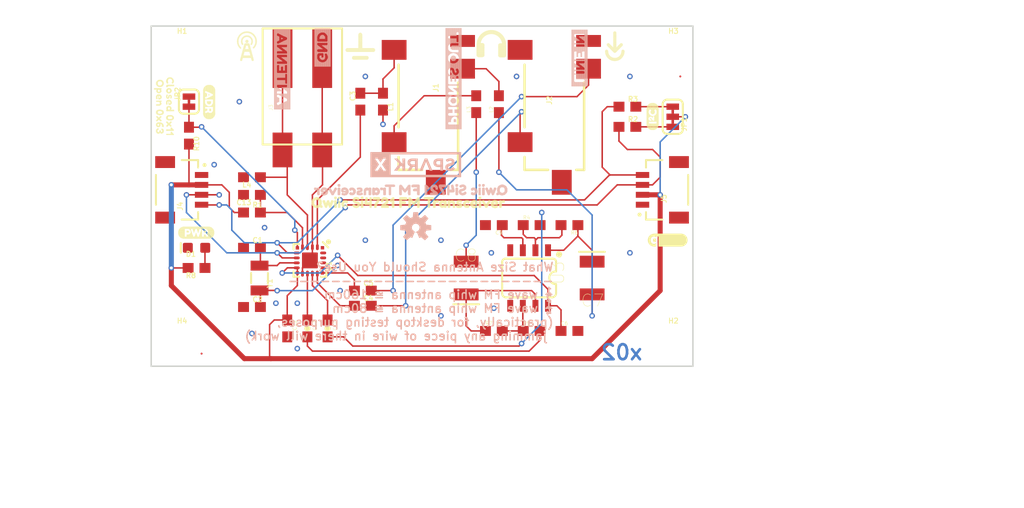
<source format=kicad_pcb>
(kicad_pcb (version 20211014) (generator pcbnew)
  (layers (0 "F.Cu" signal) (31 "B.Cu" signal) (34 "B.Paste" user) (35 "F.Paste" user) (36 "B.SilkS" user "B.Silkscreen") (37 "F.SilkS" user "F.Silkscreen") (38 "B.Mask" user) (39 "F.Mask" user) (44 "Edge.Cuts" user))
  (net 0 "")
  (net 1 "N$2")
  (net 2 "GND")
  (net 3 "LIN")
  (net 4 "RIN")
  (net 5 "LOUT")
  (net 6 "ROUT")
  (net 7 "N$8")
  (net 8 "3.3V")
  (net 9 "ADDR")
  (net 10 "N$1")
  (net 11 "FMI")
  (net 12 "TXO")
  (net 13 "GPO1")
  (net 14 "GPO2")
  (net 15 "SCLK")
  (net 16 "SDIO")
  (net 17 "N$5")
  (net 18 "N$7")
  (net 19 "N$9")
  (net 20 "N$10")
  (net 21 "N$11")
  (net 22 "N$12")
  (net 23 "N$13")
  (net 24 "N$14")
  (net 25 "N$15")
  (net 26 "N$16")
  (net 27 "N$3")
  (net 28 "N$4")
  (net 29 "N$6")
  (net 30 "N$17")
  (net 31 "N$18")
  (net 32 "N$19")
  (net 33 "N$20")
  (footprint "boardEagle:AUDIO-JACK-3.5MM-SMD" (layer "F.Cu") (at 161.8361 87.8586 -90)
    (fp_text reference "J2" (at 6.985 0.508 90) (layer "F.SilkS") (effects (font (size 0.512064 0.512064) (thickness 0.097536)) (justify right)))
    (fp_text value "AUDIO_JACK_3.5MM_SMD")
    (pad "" np_thru_hole circle (at 10.5 0 270) (size 2 2) (drill 2) (layers *.Cu *.Mask))
    (pad "" np_thru_hole circle (at 3.5 0 270) (size 2 2) (drill 2) (layers *.Cu *.Mask))
    (pad "RING" smd rect (at 4.3 -3.45 270) (size 2 2.5) (layers "F.Cu" "F.Paste" "F.Mask") (net 30 "N$17"))
    (pad "RSH" smd rect (at 1.5 -3.45 90) (size 1.2 2.5) (layers "F.Cu" "F.Paste" "F.Mask"))
    (pad "SLEEVE" smd rect (at 2.4 3.45 270) (size 2 2.5) (layers "F.Cu" "F.Paste" "F.Mask") (net 2 "GND"))
    (pad "TIP" smd rect (at 11.7 3.45 270) (size 2 2.5) (layers "F.Cu" "F.Paste" "F.Mask") (net 29 "N$6"))
    (pad "TSH" smd rect (at 15.75 -0.75) (size 2 2.5) (layers "F.Cu" "F.Paste" "F.Mask"))
  )
  (footprint "boardEagle:QWIIC_4MM" (layer "F.Cu") (at 173.2661 109.4486)
    (fp_text reference "U$3" hide)
    (fp_text value "" hide)
  )
  (footprint "boardEagle:IN#PNG" (layer "F.Cu") (at 167.9321 89.8906)
    (fp_text reference "U$11" hide)
    (fp_text value "" hide)
  )
  (footprint "boardEagle:0603" (layer "F.Cu") (at 169.2021 98.0186)
    (fp_text reference "R2" (at 0 -0.762) (layer "F.SilkS") (effects (font (size 0.512064 0.512064) (thickness 0.097536)) (justify left)))
    (fp_text value "2.2k")
    (pad "1" smd rect (at -0.85 0) (size 1.1 1) (layers "F.Cu" "F.Paste" "F.Mask") (net 16 "SDIO"))
    (pad "2" smd rect (at 0.85 0) (size 1.1 1) (layers "F.Cu" "F.Paste" "F.Mask") (net 31 "N$18"))
  )
  (footprint "boardEagle:0603" (layer "F.Cu") (at 163.3601 107.9246 180)
    (fp_text reference "R6" (at -0.889 -0.762) (layer "F.SilkS") (effects (font (size 0.367386 0.367386) (thickness 0.039014)) (justify right)))
    (fp_text value "20k")
    (pad "1" smd rect (at -0.85 0 180) (size 1.1 1) (layers "F.Cu" "F.Paste" "F.Mask") (net 18 "N$7"))
    (pad "2" smd rect (at 0.85 0 180) (size 1.1 1) (layers "F.Cu" "F.Paste" "F.Mask") (net 21 "N$11"))
  )
  (footprint "boardEagle:0603" (layer "F.Cu") (at 131.3561 103.0986 180)
    (fp_text reference "L4" (at 0 -0.762) (layer "F.SilkS") (effects (font (size 0.512064 0.512064) (thickness 0.097536)) (justify right)))
    (fp_text value "120nH")
    (pad "1" smd rect (at -0.85 0 180) (size 1.1 1) (layers "F.Cu" "F.Paste" "F.Mask") (net 12 "TXO"))
    (pad "2" smd rect (at 0.85 0 180) (size 1.1 1) (layers "F.Cu" "F.Paste" "F.Mask") (net 2 "GND"))
  )
  (footprint "boardEagle:0603" (layer "F.Cu") (at 153.9621 95.7326 90)
    (fp_text reference "L3" (at -0.889 -0.762 90) (layer "F.SilkS") (effects (font (size 0.367386 0.367386) (thickness 0.039014)) (justify left)))
    (fp_text value "FERITE 2.5K")
    (pad "1" smd rect (at -0.85 0 90) (size 1.1 1) (layers "F.Cu" "F.Paste" "F.Mask") (net 26 "N$16"))
    (pad "2" smd rect (at 0.85 0 90) (size 1.1 1) (layers "F.Cu" "F.Paste" "F.Mask") (net 28 "N$4"))
  )
  (footprint "boardEagle:0603" (layer "F.Cu") (at 155.7401 118.5926)
    (fp_text reference "R7" (at -0.889 -0.762) (layer "F.SilkS") (effects (font (size 0.367386 0.367386) (thickness 0.039014)) (justify left)))
    (fp_text value "20k")
    (pad "1" smd rect (at -0.85 0) (size 1.1 1) (layers "F.Cu" "F.Paste" "F.Mask") (net 19 "N$9"))
    (pad "2" smd rect (at 0.85 0) (size 1.1 1) (layers "F.Cu" "F.Paste" "F.Mask") (net 22 "N$12"))
  )
  (footprint "boardEagle:0603" (layer "F.Cu") (at 156.2481 95.7326 90)
    (fp_text reference "L2" (at -0.889 -0.762 90) (layer "F.SilkS") (effects (font (size 0.367386 0.367386) (thickness 0.039014)) (justify left)))
    (fp_text value "FERITE 2.5k")
    (pad "1" smd rect (at -0.85 0 90) (size 1.1 1) (layers "F.Cu" "F.Paste" "F.Mask") (net 25 "N$15"))
    (pad "2" smd rect (at 0.85 0 90) (size 1.1 1) (layers "F.Cu" "F.Paste" "F.Mask") (net 27 "N$3"))
  )
  (footprint "boardEagle:0603" (layer "F.Cu") (at 125.7681 112.2426 180)
    (fp_text reference "R8" (at 0 -0.762) (layer "F.SilkS") (effects (font (size 0.512064 0.512064) (thickness 0.097536)) (justify right)))
    (fp_text value "1k")
    (pad "1" smd rect (at -0.85 0 180) (size 1.1 1) (layers "F.Cu" "F.Paste" "F.Mask") (net 33 "N$20"))
    (pad "2" smd rect (at 0.85 0 180) (size 1.1 1) (layers "F.Cu" "F.Paste" "F.Mask") (net 8 "3.3V"))
  )
  (footprint "boardEagle:CREATIVE_COMMONS" (layer "F.Cu") (at 126.2761 136.1186)
    (fp_text reference "FRAME1" hide)
    (fp_text value "FRAME-LETTER" hide)
  )
  (footprint "boardEagle:AUDIO-JACK-3.5MM-SMD" (layer "F.Cu") (at 149.1361 87.8586 -90)
    (fp_text reference "J1" (at 5.715 -0.762 90) (layer "F.SilkS") (effects (font (size 0.512064 0.512064) (thickness 0.097536)) (justify right)))
    (fp_text value "AUDIO_JACK_3.5MM_SMD")
    (pad "" np_thru_hole circle (at 3.5 0 270) (size 2 2) (drill 2) (layers *.Cu *.Mask))
    (pad "" np_thru_hole circle (at 10.5 0 270) (size 2 2) (drill 2) (layers *.Cu *.Mask))
    (pad "RING" smd rect (at 4.3 -3.45 270) (size 2 2.5) (layers "F.Cu" "F.Paste" "F.Mask") (net 27 "N$3"))
    (pad "RSH" smd rect (at 1.5 -3.45 90) (size 1.2 2.5) (layers "F.Cu" "F.Paste" "F.Mask"))
    (pad "SLEEVE" smd rect (at 2.4 3.45 270) (size 2 2.5) (layers "F.Cu" "F.Paste" "F.Mask") (net 17 "N$5"))
    (pad "TIP" smd rect (at 11.7 3.45 270) (size 2 2.5) (layers "F.Cu" "F.Paste" "F.Mask") (net 28 "N$4"))
    (pad "TSH" smd rect (at 15.75 -0.75) (size 2 2.5) (layers "F.Cu" "F.Paste" "F.Mask"))
  )
  (footprint "boardEagle:EIA3528" (layer "F.Cu") (at 165.6461 113.2586 90)
    (fp_text reference "C7" (at -2.27 1.27) (layer "F.SilkS") (effects (font (size 1.230986 1.230986) (thickness 0.039014)) (justify right)))
    (fp_text value "47uF")
    (pad "A" smd rect (at 1.65 0 180) (size 2.5 1.2) (layers "F.Cu" "F.Paste" "F.Mask") (net 18 "N$7"))
    (pad "C" smd rect (at -1.65 0 180) (size 2.5 1.2) (layers "F.Cu" "F.Paste" "F.Mask") (net 25 "N$15"))
  )
  (footprint "boardEagle:SO08" (layer "F.Cu") (at 159.2961 113.2586 180)
    (fp_text reference "U3" (at -2.921 1.778 90) (layer "F.SilkS") (effects (font (size 1.221232 1.221232) (thickness 0.048768)) (justify right)))
    (fp_text value "TPA6111A2DR")
    (pad "1" smd rect (at -1.905 2.8 180) (size 0.6 1.2) (layers "F.Cu" "F.Paste" "F.Mask") (net 18 "N$7"))
    (pad "2" smd rect (at -0.635 2.8 180) (size 0.6 1.2) (layers "F.Cu" "F.Paste" "F.Mask") (net 21 "N$11"))
    (pad "3" smd rect (at 0.635 2.8 180) (size 0.6 1.2) (layers "F.Cu" "F.Paste" "F.Mask") (net 20 "N$10"))
    (pad "4" smd rect (at 1.905 2.8 180) (size 0.6 1.2) (layers "F.Cu" "F.Paste" "F.Mask") (net 2 "GND"))
    (pad "5" smd rect (at 1.905 -2.8 180) (size 0.6 1.2) (layers "F.Cu" "F.Paste" "F.Mask") (net 2 "GND"))
    (pad "6" smd rect (at 0.635 -2.8 180) (size 0.6 1.2) (layers "F.Cu" "F.Paste" "F.Mask") (net 22 "N$12"))
    (pad "7" smd rect (at -0.635 -2.8 180) (size 0.6 1.2) (layers "F.Cu" "F.Paste" "F.Mask") (net 19 "N$9"))
    (pad "8" smd rect (at -1.905 -2.8 180) (size 0.6 1.2) (layers "F.Cu" "F.Paste" "F.Mask") (net 8 "3.3V"))
  )
  (footprint "boardEagle:ANTENNA#PNG" (layer "F.Cu") (at 130.8481 89.8906)
    (fp_text reference "U$13" hide)
    (fp_text value "" hide)
  )
  (footprint "boardEagle:STAND-OFF" (layer "F.Cu") (at 123.7361 90.3986)
    (fp_text reference "H1" (at 0 -2.032) (layer "F.SilkS") (effects (font (size 0.512064 0.512064) (thickness 0.097536)) (justify left)))
    (fp_text value "STAND-OFF")
    (pad "" np_thru_hole circle (at 0 0) (size 3.302 3.302) (drill 3.302) (layers *.Cu *.Mask))
  )
  (footprint "boardEagle:I_SUPER2_C-()-03" (layer "F.Cu") (at 171.7421 98.3996 90)
    (fp_text reference "U$14" hide)
    (fp_text value "" hide)
  )
  (footprint "boardEagle:SMT-JUMPER_2_NC_TRACE_SILK" (layer "F.Cu") (at 125.0061 95.4786 90)
    (fp_text reference "JP2" (at 0 -1.143 90) (layer "F.SilkS") (effects (font (size 0.512064 0.512064) (thickness 0.097536)) (justify left)))
    (fp_text value "")
    (fp_poly (pts (xy -0.2032 0.127) (xy 0.2032 0.127) (xy 0.2032 -0.127) (xy -0.2032 -0.127)) (layer "F.Cu") (width 0) (fill solid))
    (pad "1" smd rect (at -0.508 0 90) (size 0.635 1.27) (layers "F.Cu" "F.Mask") (net 9 "ADDR"))
    (pad "2" smd rect (at 0.508 0 90) (size 0.635 1.27) (layers "F.Cu" "F.Mask") (net 2 "GND"))
  )
  (footprint "boardEagle:STAND-OFF" (layer "F.Cu") (at 173.2661 119.6086)
    (fp_text reference "H2" (at 0 -2.032) (layer "F.SilkS") (effects (font (size 0.512064 0.512064) (thickness 0.097536)) (justify left)))
    (fp_text value "STAND-OFF")
    (pad "" np_thru_hole circle (at 0 0) (size 3.302 3.302) (drill 3.302) (layers *.Cu *.Mask))
  )
  (footprint "boardEagle:0603" (layer "F.Cu") (at 125.0061 98.9076 -90)
    (fp_text reference "R10" (at 0 -0.762 90) (layer "F.SilkS") (effects (font (size 0.512064 0.512064) (thickness 0.097536)) (justify right)))
    (fp_text value "100k")
    (pad "1" smd rect (at -0.85 0 270) (size 1.1 1) (layers "F.Cu" "F.Paste" "F.Mask") (net 9 "ADDR"))
    (pad "2" smd rect (at 0.85 0 270) (size 1.1 1) (layers "F.Cu" "F.Paste" "F.Mask") (net 8 "3.3V"))
  )
  (footprint "boardEagle:FIDUCIAL-0.2MM" (layer "F.Cu") (at 126.2761 120.8786)
    (fp_text reference "FD2" hide)
    (fp_text value "FIDUCIAL0.2MM" hide)
    (pad "1" smd roundrect (at 0 0) (size 0.2 0.2) (layers "F.Cu") (roundrect_rratio 0.5))
  )
  (footprint "boardEagle:OPEN_0X631" (layer "F.Cu") (at 122.0851 92.5576 -90)
    (fp_text reference "U$17" hide)
    (fp_text value "" hide)
  )
  (footprint "boardEagle:STAND-OFF" (layer "F.Cu") (at 173.2661 90.3986)
    (fp_text reference "H3" (at 0 -2.032) (layer "F.SilkS") (effects (font (size 0.512064 0.512064) (thickness 0.097536)) (justify left)))
    (fp_text value "STAND-OFF")
    (pad "" np_thru_hole circle (at 0 0) (size 3.302 3.302) (drill 3.302) (layers *.Cu *.Mask))
  )
  (footprint "boardEagle:0603-CAP" (layer "F.Cu") (at 136.9441 118.3386 -90)
    (fp_text reference "C11" (at -0.889 -0.762 90) (layer "F.SilkS") (effects (font (size 0.376489 0.376489) (thickness 0.029911)) (justify right)))
    (fp_text value "1uF")
    (pad "1" smd rect (at -0.85 0 270) (size 1.1 1) (layers "F.Cu" "F.Paste" "F.Mask") (net 6 "ROUT"))
    (pad "2" smd rect (at 0.85 0 270) (size 1.1 1) (layers "F.Cu" "F.Paste" "F.Mask") (net 24 "N$14"))
  )
  (footprint "boardEagle:1X02_POKEHOME" (layer "F.Cu") (at 136.4361 95.0976 -90)
    (fp_text reference "J3" (at 0.635 3.175 90) (layer "F.SilkS") (effects (font (size 0.376489 0.376489) (thickness 0.029911)) (justify right)))
    (fp_text value "")
    (pad "P1" smd rect (at 5.25 -2 270) (size 3.5 2) (layers "F.Cu" "F.Paste" "F.Mask") (net 2 "GND"))
    (pad "P2" smd rect (at 5.25 2 270) (size 3.5 2) (layers "F.Cu" "F.Paste" "F.Mask") (net 12 "TXO"))
    (pad "P3" smd rect (at -4 -2 270) (size 6 2) (layers "F.Cu" "F.Paste" "F.Mask") (net 2 "GND"))
    (pad "P4" smd rect (at -4 2 270) (size 6 2) (layers "F.Cu" "F.Paste" "F.Mask") (net 12 "TXO"))
  )
  (footprint "boardEagle:FIDUCIAL-0.2MM" (layer "F.Cu") (at 174.5361 92.9386)
    (fp_text reference "FD1" hide)
    (fp_text value "FIDUCIAL0.2MM" hide)
    (pad "1" smd roundrect (at 0 0) (size 0.2 0.2) (layers "F.Cu") (roundrect_rratio 0.5))
  )
  (footprint "boardEagle:0603" (layer "F.Cu") (at 142.5321 116.0526)
    (fp_text reference "C4" (at 0 -0.762) (layer "F.SilkS") (effects (font (size 0.512064 0.512064) (thickness 0.097536)) (justify left)))
    (fp_text value "0.47uF")
    (pad "1" smd rect (at -0.85 0) (size 1.1 1) (layers "F.Cu" "F.Paste" "F.Mask") (net 4 "RIN"))
    (pad "2" smd rect (at 0.85 0) (size 1.1 1) (layers "F.Cu" "F.Paste" "F.Mask") (net 29 "N$6"))
  )
  (footprint "boardEagle:0603" (layer "F.Cu") (at 155.7401 107.9246 180)
    (fp_text reference "C9" (at -0.889 -0.762) (layer "F.SilkS") (effects (font (size 0.367386 0.367386) (thickness 0.039014)) (justify right)))
    (fp_text value "0.1uF")
    (pad "1" smd rect (at -0.85 0 180) (size 1.1 1) (layers "F.Cu" "F.Paste" "F.Mask") (net 20 "N$10"))
    (pad "2" smd rect (at 0.85 0 180) (size 1.1 1) (layers "F.Cu" "F.Paste" "F.Mask") (net 2 "GND"))
  )
  (footprint "boardEagle:QWIIC_SI4721_FM_TRANSCEIVER0" (layer "F.Cu") (at 136.4361 105.6386)
    (fp_text reference "U$1" hide)
    (fp_text value "" hide)
  )
  (footprint "boardEagle:0603" (layer "F.Cu") (at 169.2021 95.9866)
    (fp_text reference "R3" (at 0 -0.762) (layer "F.SilkS") (effects (font (size 0.512064 0.512064) (thickness 0.097536)) (justify left)))
    (fp_text value "2.2k")
    (pad "1" smd rect (at -0.85 0) (size 1.1 1) (layers "F.Cu" "F.Paste" "F.Mask") (net 15 "SCLK"))
    (pad "2" smd rect (at 0.85 0) (size 1.1 1) (layers "F.Cu" "F.Paste" "F.Mask") (net 32 "N$19"))
  )
  (footprint "boardEagle:0603" (layer "F.Cu") (at 144.5641 95.4786 -90)
    (fp_text reference "L1" (at 0 -0.762 90) (layer "F.SilkS") (effects (font (size 0.512064 0.512064) (thickness 0.097536)) (justify right)))
    (fp_text value "270nH")
    (pad "1" smd rect (at -0.85 0 270) (size 1.1 1) (layers "F.Cu" "F.Paste" "F.Mask") (net 17 "N$5"))
    (pad "2" smd rect (at 0.85 0 270) (size 1.1 1) (layers "F.Cu" "F.Paste" "F.Mask") (net 2 "GND"))
  )
  (footprint "boardEagle:SMT-JUMPER_3_2-NC_TRACE_SILK" (layer "F.Cu") (at 173.7741 97.0026 -90)
    (fp_text reference "JP1" (at 0 -1.143 90) (layer "F.SilkS") (effects (font (size 0.512064 0.512064) (thickness 0.097536)) (justify right)))
    (fp_text value "JUMPER-SMT_3_2-NC_TRACE_SILK")
    (fp_poly (pts (xy -0.7112 0.127) (xy -0.3048 0.127) (xy -0.3048 -0.127) (xy -0.7112 -0.127)) (layer "F.Cu") (width 0) (fill solid))
    (fp_poly (pts (xy 0.3048 0.127) (xy 0.7112 0.127) (xy 0.7112 -0.127) (xy 0.3048 -0.127)) (layer "F.Cu") (width 0) (fill solid))
    (pad "1" smd rect (at -1.016 0 270) (size 0.635 1.27) (layers "F.Cu" "F.Mask") (net 32 "N$19"))
    (pad "2" smd rect (at 0 0 270) (size 0.635 1.27) (layers "F.Cu" "F.Mask") (net 8 "3.3V"))
    (pad "3" smd rect (at 1.016 0 270) (size 0.635 1.27) (layers "F.Cu" "F.Mask") (net 31 "N$18"))
  )
  (footprint "boardEagle:STAND-OFF" (layer "F.Cu") (at 123.7361 119.6086)
    (fp_text reference "H4" (at 0 -2.032) (layer "F.SilkS") (effects (font (size 0.512064 0.512064) (thickness 0.097536)) (justify left)))
    (fp_text value "STAND-OFF")
    (pad "" np_thru_hole circle (at 0 0) (size 3.302 3.302) (drill 3.302) (layers *.Cu *.Mask))
  )
  (footprint "boardEagle:0603" (layer "F.Cu") (at 142.2781 95.4786 90)
    (fp_text reference "C3" (at 0 -0.762 90) (layer "F.SilkS") (effects (font (size 0.512064 0.512064) (thickness 0.097536)) (justify left)))
    (fp_text value "1nF")
    (pad "1" smd rect (at -0.85 0 90) (size 1.1 1) (layers "F.Cu" "F.Paste" "F.Mask") (net 11 "FMI"))
    (pad "2" smd rect (at 0.85 0 90) (size 1.1 1) (layers "F.Cu" "F.Paste" "F.Mask") (net 17 "N$5"))
  )
  (footprint "boardEagle:JST04_1MM_RA" (layer "F.Cu") (at 126.2761 104.3686 -90)
    (fp_text reference "J4" (at 1.143 2.159 90) (layer "F.SilkS") (effects (font (size 0.512064 0.512064) (thickness 0.097536)) (justify right)))
    (fp_text value "QWIIC_RIGHT_ANGLE")
    (pad "1" smd rect (at -1.5 0 270) (size 0.6 1.35) (layers "F.Cu" "F.Paste" "F.Mask") (net 2 "GND"))
    (pad "2" smd rect (at -0.5 0 270) (size 0.6 1.35) (layers "F.Cu" "F.Paste" "F.Mask") (net 8 "3.3V"))
    (pad "3" smd rect (at 0.5 0 270) (size 0.6 1.35) (layers "F.Cu" "F.Paste" "F.Mask") (net 16 "SDIO"))
    (pad "4" smd rect (at 1.5 0 270) (size 0.6 1.35) (layers "F.Cu" "F.Paste" "F.Mask") (net 15 "SCLK"))
    (pad "NC1" smd rect (at 2.8 3.675 270) (size 1.2 2) (layers "F.Cu" "F.Paste" "F.Mask"))
    (pad "NC2" smd rect (at -2.8 3.675 270) (size 1.2 2) (layers "F.Cu" "F.Paste" "F.Mask"))
  )
  (footprint "boardEagle:PWR-()-03" (layer "F.Cu") (at 123.8631 108.6866)
    (fp_text reference "U$5" hide)
    (fp_text value "" hide)
  )
  (footprint "boardEagle:0603" (layer "F.Cu") (at 159.5501 107.9246)
    (fp_text reference "R4" (at -0.889 -0.762) (layer "F.SilkS") (effects (font (size 0.367386 0.367386) (thickness 0.039014)) (justify left)))
    (fp_text value "20k")
    (pad "1" smd rect (at -0.85 0) (size 1.1 1) (layers "F.Cu" "F.Paste" "F.Mask") (net 21 "N$11"))
    (pad "2" smd rect (at 0.85 0) (size 1.1 1) (layers "F.Cu" "F.Paste" "F.Mask") (net 23 "N$13"))
  )
  (footprint "boardEagle:0603" (layer "F.Cu") (at 131.3561 106.6546)
    (fp_text reference "R1" (at 0 -0.762) (layer "F.SilkS") (effects (font (size 0.512064 0.512064) (thickness 0.097536)) (justify left)))
    (fp_text value "10k")
    (pad "1" smd rect (at -0.85 0) (size 1.1 1) (layers "F.Cu" "F.Paste" "F.Mask") (net 8 "3.3V"))
    (pad "2" smd rect (at 0.85 0) (size 1.1 1) (layers "F.Cu" "F.Paste" "F.Mask") (net 10 "N$1"))
  )
  (footprint "boardEagle:0603" (layer "F.Cu") (at 131.3561 110.2106)
    (fp_text reference "C1" (at 0 -0.762) (layer "F.SilkS") (effects (font (size 0.512064 0.512064) (thickness 0.097536)) (justify left)))
    (fp_text value "15pF")
    (pad "1" smd rect (at -0.85 0) (size 1.1 1) (layers "F.Cu" "F.Paste" "F.Mask") (net 2 "GND"))
    (pad "2" smd rect (at 0.85 0) (size 1.1 1) (layers "F.Cu" "F.Paste" "F.Mask") (net 1 "N$2"))
  )
  (footprint "boardEagle:0603-CAP" (layer "F.Cu") (at 138.9761 118.3386 -90)
    (fp_text reference "C10" (at -0.889 -0.762 90) (layer "F.SilkS") (effects (font (size 0.376489 0.376489) (thickness 0.029911)) (justify right)))
    (fp_text value "1uF")
    (pad "1" smd rect (at -0.85 0 270) (size 1.1 1) (layers "F.Cu" "F.Paste" "F.Mask") (net 5 "LOUT"))
    (pad "2" smd rect (at 0.85 0 270) (size 1.1 1) (layers "F.Cu" "F.Paste" "F.Mask") (net 23 "N$13"))
  )
  (footprint "boardEagle:ADR-()-03" (layer "F.Cu") (at 127.0381 93.7006 -90)
    (fp_text reference "U$16" hide)
    (fp_text value "" hide)
  )
  (footprint "boardEagle:JST04_1MM_RA" (layer "F.Cu") (at 170.7261 104.3686 90)
    (fp_text reference "J5" (at -1.397 2.159 90) (layer "F.SilkS") (effects (font (size 0.512064 0.512064) (thickness 0.097536)) (justify left)))
    (fp_text value "QWIIC_RIGHT_ANGLE")
    (pad "1" smd rect (at -1.5 0 90) (size 0.6 1.35) (layers "F.Cu" "F.Paste" "F.Mask") (net 2 "GND"))
    (pad "2" smd rect (at -0.5 0 90) (size 0.6 1.35) (layers "F.Cu" "F.Paste" "F.Mask") (net 8 "3.3V"))
    (pad "3" smd rect (at 0.5 0 90) (size 0.6 1.35) (layers "F.Cu" "F.Paste" "F.Mask") (net 16 "SDIO"))
    (pad "4" smd rect (at 1.5 0 90) (size 0.6 1.35) (layers "F.Cu" "F.Paste" "F.Mask") (net 15 "SCLK"))
    (pad "NC1" smd rect (at 2.8 3.675 90) (size 1.2 2) (layers "F.Cu" "F.Paste" "F.Mask"))
    (pad "NC2" smd rect (at -2.8 3.675 90) (size 1.2 2) (layers "F.Cu" "F.Paste" "F.Mask"))
  )
  (footprint "boardEagle:CLOSED_0X110" (layer "F.Cu") (at 123.1011 92.3036 -90)
    (fp_text reference "U$15" hide)
    (fp_text value "" hide)
  )
  (footprint "boardEagle:0603" (layer "F.Cu") (at 142.5321 114.5286)
    (fp_text reference "C5" (at 0 -0.762) (layer "F.SilkS") (effects (font (size 0.512064 0.512064) (thickness 0.097536)) (justify left)))
    (fp_text value "0.47uF")
    (pad "1" smd rect (at -0.85 0) (size 1.1 1) (layers "F.Cu" "F.Paste" "F.Mask") (net 3 "LIN"))
    (pad "2" smd rect (at 0.85 0) (size 1.1 1) (layers "F.Cu" "F.Paste" "F.Mask") (net 30 "N$17"))
  )
  (footprint "boardEagle:CRYSTAL-SMD-3.2X1.5MM" (layer "F.Cu") (at 132.1181 113.2586 -90)
    (fp_text reference "Y1" (at 0 -1.043 90) (layer "F.SilkS") (effects (font (size 0.512064 0.512064) (thickness 0.097536)) (justify right)))
    (fp_text value "32.768kHz")
    (pad "P$1" smd rect (at -1.25 0 270) (size 1 1.8) (layers "F.Cu" "F.Paste" "F.Mask") (net 1 "N$2"))
    (pad "P$2" smd rect (at 1.25 0 270) (size 1 1.8) (layers "F.Cu" "F.Paste" "F.Mask") (net 7 "N$8"))
  )
  (footprint "boardEagle:0603" (layer "F.Cu") (at 159.5501 118.5926)
    (fp_text reference "R5" (at -0.889 -0.762) (layer "F.SilkS") (effects (font (size 0.367386 0.367386) (thickness 0.039014)) (justify left)))
    (fp_text value "20k")
    (pad "1" smd rect (at -0.85 0) (size 1.1 1) (layers "F.Cu" "F.Paste" "F.Mask") (net 22 "N$12"))
    (pad "2" smd rect (at 0.85 0) (size 1.1 1) (layers "F.Cu" "F.Paste" "F.Mask") (net 24 "N$14"))
  )
  (footprint "boardEagle:LED-0603" (layer "F.Cu") (at 125.7681 110.2106 180)
    (fp_text reference "D1" (at 0 -0.635) (layer "F.SilkS") (effects (font (size 0.512064 0.512064) (thickness 0.097536)) (justify right)))
    (fp_text value "RED")
    (pad "A" smd roundrect (at -0.877 0 90) (size 1 1) (layers "F.Cu" "F.Paste" "F.Mask") (roundrect_rratio 0.15) (net 33 "N$20"))
    (pad "C" smd roundrect (at 0.877 0 90) (size 1 1) (layers "F.Cu" "F.Paste" "F.Mask") (roundrect_rratio 0.15) (net 2 "GND"))
  )
  (footprint "boardEagle:QFN-20-3X3MM" (layer "F.Cu") (at 137.1981 111.4806 -90)
    (fp_text reference "U1" (at 0 -1.905 90) (layer "F.SilkS") (effects (font (size 0.512064 0.512064) (thickness 0.097536)) (justify right)))
    (fp_text value "SI4721")
    (pad "1" smd rect (at -1.275 -1.265 270) (size 0.34 0.34) (layers "F.Cu" "F.Paste" "F.Mask"))
    (pad "2" smd roundrect (at -1.335 -0.75 180) (size 0.28 0.61) (layers "F.Cu" "F.Paste" "F.Mask") (roundrect_rratio 0.475) (net 11 "FMI"))
    (pad "3" smd roundrect (at -1.335 -0.25 180) (size 0.28 0.61) (layers "F.Cu" "F.Paste" "F.Mask") (roundrect_rratio 0.475) (net 2 "GND"))
    (pad "4" smd roundrect (at -1.335 0.25 180) (size 0.28 0.61) (layers "F.Cu" "F.Paste" "F.Mask") (roundrect_rratio 0.475) (net 12 "TXO"))
    (pad "5" smd roundrect (at -1.335 0.75 180) (size 0.28 0.61) (layers "F.Cu" "F.Paste" "F.Mask") (roundrect_rratio 0.475) (net 10 "N$1"))
    (pad "6" smd rect (at -1.265 1.265 270) (size 0.34 0.34) (layers "F.Cu" "F.Paste" "F.Mask") (net 9 "ADDR"))
    (pad "7" smd roundrect (at -0.75 1.335 90) (size 0.28 0.61) (layers "F.Cu" "F.Paste" "F.Mask") (roundrect_rratio 0.475) (net 15 "SCLK"))
    (pad "8" smd roundrect (at -0.25 1.335 90) (size 0.28 0.61) (layers "F.Cu" "F.Paste" "F.Mask") (roundrect_rratio 0.475) (net 16 "SDIO"))
    (pad "9" smd roundrect (at 0.25 1.335 90) (size 0.28 0.61) (layers "F.Cu" "F.Paste" "F.Mask") (roundrect_rratio 0.475) (net 1 "N$2"))
    (pad "10" smd roundrect (at 0.75 1.335 90) (size 0.28 0.61) (layers "F.Cu" "F.Paste" "F.Mask") (roundrect_rratio 0.475) (net 8 "3.3V"))
    (pad "11" smd rect (at 1.265 1.265 270) (size 0.34 0.34) (layers "F.Cu" "F.Paste" "F.Mask") (net 8 "3.3V"))
    (pad "12" smd roundrect (at 1.335 0.75) (size 0.28 0.61) (layers "F.Cu" "F.Paste" "F.Mask") (roundrect_rratio 0.475) (net 2 "GND"))
    (pad "13" smd roundrect (at 1.335 0.25) (size 0.28 0.61) (layers "F.Cu" "F.Paste" "F.Mask") (roundrect_rratio 0.475) (net 6 "ROUT"))
    (pad "14" smd roundrect (at 1.335 -0.25) (size 0.28 0.61) (layers "F.Cu" "F.Paste" "F.Mask") (roundrect_rratio 0.475) (net 5 "LOUT"))
    (pad "15" smd roundrect (at 1.335 -0.75) (size 0.28 0.61) (layers "F.Cu" "F.Paste" "F.Mask") (roundrect_rratio 0.475) (net 4 "RIN"))
    (pad "16" smd rect (at 1.265 -1.265 270) (size 0.34 0.34) (layers "F.Cu" "F.Paste" "F.Mask") (net 3 "LIN"))
    (pad "17" smd roundrect (at 0.75 -1.335 270) (size 0.28 0.61) (layers "F.Cu" "F.Paste" "F.Mask") (roundrect_rratio 0.475) (net 7 "N$8"))
    (pad "18" smd roundrect (at 0.25 -1.335 270) (size 0.28 0.61) (layers "F.Cu" "F.Paste" "F.Mask") (roundrect_rratio 0.475) (net 14 "GPO2"))
    (pad "19" smd roundrect (at -0.25 -1.335 270) (size 0.28 0.61) (layers "F.Cu" "F.Paste" "F.Mask") (roundrect_rratio 0.475) (net 13 "GPO1"))
    (pad "20" smd roundrect (at -0.75 -1.335 270) (size 0.28 0.61) (layers "F.Cu" "F.Paste" "F.Mask") (roundrect_rratio 0.475))
    (pad "21" smd roundrect (at 0 0 270) (size 1.6 1.6) (layers "F.Cu") (roundrect_rratio 0.05) (net 2 "GND"))
  )
  (footprint "boardEagle:0603" (layer "F.Cu") (at 131.3561 104.8766 180)
    (fp_text reference "C13" (at 0 -0.762) (layer "F.SilkS") (effects (font (size 0.512064 0.512064) (thickness 0.097536)) (justify right)))
    (fp_text value "2.2uF")
    (pad "1" smd rect (at -0.85 0 180) (size 1.1 1) (layers "F.Cu" "F.Paste" "F.Mask") (net 10 "N$1"))
    (pad "2" smd rect (at 0.85 0 180) (size 1.1 1) (layers "F.Cu" "F.Paste" "F.Mask") (net 2 "GND"))
  )
  (footprint "boardEagle:GND#PNG" (layer "F.Cu") (at 142.2781 89.8906)
    (fp_text reference "U$12" hide)
    (fp_text value "" hide)
  )
  (footprint "boardEagle:EIA3528" (layer "F.Cu") (at 152.9461 113.2586 -90)
    (fp_text reference "C8" (at -2.27 1.27) (layer "F.SilkS") (effects (font (size 1.230986 1.230986) (thickness 0.039014)) (justify left)))
    (fp_text value "47uF")
    (pad "A" smd rect (at 1.65 0) (size 2.5 1.2) (layers "F.Cu" "F.Paste" "F.Mask") (net 19 "N$9"))
    (pad "C" smd rect (at -1.65 0) (size 2.5 1.2) (layers "F.Cu" "F.Paste" "F.Mask") (net 26 "N$16"))
  )
  (footprint "boardEagle:0603" (layer "F.Cu") (at 163.3601 118.5926)
    (fp_text reference "C6" (at -0.889 -0.762) (layer "F.SilkS") (effects (font (size 0.367386 0.367386) (thickness 0.039014)) (justify left)))
    (fp_text value "0.1uF")
    (pad "1" smd rect (at -0.85 0) (size 1.1 1) (layers "F.Cu" "F.Paste" "F.Mask") (net 8 "3.3V"))
    (pad "2" smd rect (at 0.85 0) (size 1.1 1) (layers "F.Cu" "F.Paste" "F.Mask") (net 2 "GND"))
  )
  (footprint "boardEagle:PHONES#PNG" (layer "F.Cu") (at 155.4861 89.6366)
    (fp_text reference "U$10" hide)
    (fp_text value "" hide)
  )
  (footprint "boardEagle:0603" (layer "F.Cu") (at 134.9121 118.3386 -90)
    (fp_text reference "C12" (at -0.889 -0.762 90) (layer "F.SilkS") (effects (font (size 0.367386 0.367386) (thickness 0.039014)) (justify right)))
    (fp_text value "22nF")
    (pad "1" smd rect (at -0.85 0 270) (size 1.1 1) (layers "F.Cu" "F.Paste" "F.Mask") (net 8 "3.3V"))
    (pad "2" smd rect (at 0.85 0 270) (size 1.1 1) (layers "F.Cu" "F.Paste" "F.Mask") (net 2 "GND"))
  )
  (footprint "boardEagle:0603" (layer "F.Cu") (at 131.3561 116.1796)
    (fp_text reference "C2" (at 0 -0.762) (layer "F.SilkS") (effects (font (size 0.512064 0.512064) (thickness 0.097536)) (justify left)))
    (fp_text value "15pF")
    (pad "1" smd rect (at -0.85 0) (size 1.1 1) (layers "F.Cu" "F.Paste" "F.Mask") (net 2 "GND"))
    (pad "2" smd rect (at 0.85 0) (size 1.1 1) (layers "F.Cu" "F.Paste" "F.Mask") (net 7 "N$8"))
  )
  (footprint "boardEagle:QWIIC_SI4721_FM_TRANSCEIVER0" (layer "B.Cu") (at 158.0261 104.3686 180)
    (fp_text reference "U$2" hide)
    (fp_text value "" hide)
  )
  (footprint "boardEagle:PHONES_OUT3" (layer "B.Cu") (at 151.6761 98.7806 90)
    (fp_text reference "U$9" hide)
    (fp_text value "" hide)
  )
  (footprint "boardEagle:SPARKX-MEDIUM" (layer "B.Cu") (at 147.8661 101.8286 180)
    (fp_text reference "U$18" hide)
    (fp_text value "SPARKX-LOGO4" hide)
  )
  (footprint "boardEagle:GND0" (layer "B.Cu") (at 138.4681 92.4306 90)
    (fp_text reference "U$7" hide)
    (fp_text value "" hide)
  )
  (footprint "boardEagle:LINE_IN2" (layer "B.Cu") (at 164.3761 94.4626 90)
    (fp_text reference "U$8" hide)
    (fp_text value "" hide)
  )
  (footprint "boardEagle:ANTENNA1" (layer "B.Cu") (at 134.4041 96.7486 90)
    (fp_text reference "U$4" hide)
    (fp_text value "" hide)
  )
  (footprint "boardEagle:OSHW-LOGO-S" (layer "B.Cu") (at 147.8661 108.1786 180)
    (fp_text reference "U$6" hide)
    (fp_text value "" hide)
  )
  (gr_line (start 121.1961 122.1486) (end 121.1961 87.8586) (layer "Edge.Cuts") (width 0.1524))
  (gr_line (start 121.1961 87.8586) (end 175.8061 87.8586) (layer "Edge.Cuts") (width 0.1524))
  (gr_line (start 175.8061 122.1486) (end 175.8061 87.8586) (layer "Edge.Cuts") (width 0.1524))
  (gr_line (start 121.1961 122.1486) (end 175.8061 122.1486) (layer "Edge.Cuts") (width 0.1524))
  (gr_text "x02" (at 170.8531 121.6406) (layer "B.Cu") (effects (font (size 1.5113 1.5113) (thickness 0.2667)) (justify left bottom mirror)))
  (gr_text "What Size Antenna Should You Use?\n-------------------------\n½ wave FM whip antenna ≌ 160cm\n¼ wave FM whip antenna ≌ 80cm\n(practically, for desktop testing purposes,\n jamming any piece of wire in there will work)\n" (at 161.8361 119.6086) (layer "B.SilkS") (effects (font (size 0.8636 0.8636) (thickness 0.1524)) (justify left bottom mirror)))
  (segment (start 134.1541 111.7306) (end 133.8861 111.9986) (width 0.1524) (layer "F.Cu") (net 1))
  (segment (start 133.8861 111.9986) (end 132.1281 111.9986) (width 0.1524) (layer "F.Cu") (net 1))
  (segment (start 132.2061 111.9206) (end 132.1281 111.9986) (width 0.1524) (layer "F.Cu") (net 1))
  (segment (start 132.2061 110.2106) (end 132.2061 111.9206) (width 0.1524) (layer "F.Cu") (net 1))
  (segment (start 135.8631 111.7306) (end 134.1541 111.7306) (width 0.1524) (layer "F.Cu") (net 1))
  (segment (start 132.1281 111.9986) (end 132.1181 112.0086) (width 0.1524) (layer "F.Cu") (net 1))
  (segment (start 144.5641 96.3286) (end 144.5641 97.7646) (width 0.1524) (layer "F.Cu") (net 2))
  (segment (start 136.4481 112.2306) (end 137.1981 111.4806) (width 0.1524) (layer "F.Cu") (net 2))
  (segment (start 136.4481 112.8156) (end 136.4481 112.2306) (width 0.1524) (layer "F.Cu") (net 2))
  (segment (start 137.4481 104.8806) (end 138.4681 103.8606) (width 0.1524) (layer "F.Cu") (net 2))
  (segment (start 138.4361 100.3476) (end 138.4361 99.2886) (width 0.1524) (layer "F.Cu") (net 2))
  (segment (start 138.4681 99.3206) (end 138.4361 99.2886) (width 0.1524) (layer "F.Cu") (net 2))
  (segment (start 137.4481 110.1456) (end 137.4481 111.2306) (width 0.1524) (layer "F.Cu") (net 2))
  (segment (start 137.4481 110.1456) (end 137.4481 104.8806) (width 0.1524) (layer "F.Cu") (net 2))
  (segment (start 138.4681 103.8606) (end 138.4681 99.3206) (width 0.1524) (layer "F.Cu") (net 2))
  (segment (start 137.4481 111.2306) (end 137.1981 111.4806) (width 0.1524) (layer "F.Cu") (net 2))
  (segment (start 138.4361 99.2886) (end 138.4361 91.0976) (width 0.1524) (layer "F.Cu") (net 2))
  (via (at 135.9281 115.7986) (size 0.5588) (drill 0.3048) (layers "F.Cu" "B.Cu") (net 2))
  (via (at 169.4561 110.7186) (size 0.5588) (drill 0.3048) (layers "F.Cu" "B.Cu") (net 2))
  (via (at 135.9281 120.3706) (size 0.5588) (drill 0.3048) (layers "F.Cu" "B.Cu") (net 2))
  (via (at 155.4861 110.7186) (size 0.5588) (drill 0.3048) (layers "F.Cu" "B.Cu") (net 2))
  (via (at 133.7691 115.7986) (size 0.5588) (drill 0.3048) (layers "F.Cu" "B.Cu") (net 2))
  (via (at 158.0261 92.9386) (size 0.5588) (drill 0.3048) (layers "F.Cu" "B.Cu") (net 2))
  (via (at 150.4061 117.0686) (size 0.5588) (drill 0.3048) (layers "F.Cu" "B.Cu") (net 2))
  (via (at 132.6261 108.1786) (size 0.5588) (drill 0.3048) (layers "F.Cu" "B.Cu") (net 2))
  (via (at 142.7861 109.4486) (size 0.5588) (drill 0.3048) (layers "F.Cu" "B.Cu") (net 2))
  (via (at 130.0861 95.4786) (size 0.5588) (drill 0.3048) (layers "F.Cu" "B.Cu") (net 2))
  (via (at 150.4061 109.4486) (size 0.5588) (drill 0.3048) (layers "F.Cu" "B.Cu") (net 2))
  (via (at 140.2461 114.5286) (size 0.5588) (drill 0.3048) (layers "F.Cu" "B.Cu") (net 2))
  (via (at 155.7401 116.3066) (size 0.5588) (drill 0.3048) (layers "F.Cu" "B.Cu") (net 2))
  (via (at 169.4561 92.9386) (size 0.5588) (drill 0.3048) (layers "F.Cu" "B.Cu") (net 2))
  (via (at 127.5461 101.8286) (size 0.5588) (drill 0.3048) (layers "F.Cu" "B.Cu") (net 2))
  (via (at 142.7861 92.9386) (size 0.5588) (drill 0.3048) (layers "F.Cu" "B.Cu") (net 2))
  (via (at 144.5641 97.7646) (size 0.5588) (drill 0.3048) (layers "F.Cu" "B.Cu") (net 2))
  (via (at 131.3561 118.8466) (size 0.5588) (drill 0.3048) (layers "F.Cu" "B.Cu") (net 2))
  (segment (start 141.0031 112.7456) (end 141.6821 113.4246) (width 0.1524) (layer "F.Cu") (net 3))
  (segment (start 138.4631 112.7456) (end 141.0031 112.7456) (width 0.1524) (layer "F.Cu") (net 3))
  (segment (start 141.6821 113.4246) (end 141.6821 114.5286) (width 0.1524) (layer "F.Cu") (net 3))
  (segment (start 137.9481 112.8156) (end 137.9481 113.7546) (width 0.1524) (layer "F.Cu") (net 4))
  (segment (start 140.2461 116.0526) (end 141.6821 116.0526) (width 0.1524) (layer "F.Cu") (net 4))
  (segment (start 137.9481 113.7546) (end 140.2461 116.0526) (width 0.1524) (layer "F.Cu") (net 4))
  (segment (start 138.9761 115.5446) (end 138.9761 117.4886) (width 0.1524) (layer "F.Cu") (net 5))
  (segment (start 137.4481 114.0166) (end 138.9761 115.5446) (width 0.1524) (layer "F.Cu") (net 5))
  (segment (start 137.4481 112.8156) (end 137.4481 114.0166) (width 0.1524) (layer "F.Cu") (net 5))
  (segment (start 136.9481 112.8156) (end 136.9441 112.8196) (width 0.1524) (layer "F.Cu") (net 6))
  (segment (start 136.9441 112.8196) (end 136.9441 117.4886) (width 0.1524) (layer "F.Cu") (net 6))
  (segment (start 133.8761 114.5086) (end 133.8961 114.5286) (width 0.1524) (layer "F.Cu") (net 7))
  (segment (start 132.2061 114.5966) (end 132.1181 114.5086) (width 0.1524) (layer "F.Cu") (net 7))
  (segment (start 132.2061 116.1796) (end 132.2061 114.5966) (width 0.1524) (layer "F.Cu") (net 7))
  (segment (start 139.7501 112.2306) (end 138.5331 112.2306) (width 0.1524) (layer "F.Cu") (net 7))
  (segment (start 132.1181 114.5086) (end 133.8761 114.5086) (width 0.1524) (layer "F.Cu") (net 7))
  (segment (start 139.9921 111.9886) (end 139.7501 112.2306) (width 0.1524) (layer "F.Cu") (net 7))
  (via (at 139.9921 111.9886) (size 0.5588) (drill 0.3048) (layers "F.Cu" "B.Cu") (net 7))
  (via (at 133.8961 114.5286) (size 0.5588) (drill 0.3048) (layers "F.Cu" "B.Cu") (net 7))
  (segment (start 133.8961 114.5286) (end 137.4521 114.5286) (width 0.1524) (layer "B.Cu") (net 7))
  (segment (start 137.4521 114.5286) (end 139.9921 111.9886) (width 0.1524) (layer "B.Cu") (net 7))
  (segment (start 162.5101 118.5926) (end 162.5101 116.4726) (width 0.1524) (layer "F.Cu") (net 8))
  (segment (start 142.0241 113.0046) (end 139.9921 110.9726) (width 0.1524) (layer "F.Cu") (net 8))
  (segment (start 123.2281 114.0206) (end 123.2281 112.2426) (width 0.508) (layer "F.Cu") (net 8))
  (segment (start 130.5061 106.6546) (end 129.5781 106.6546) (width 0.1524) (layer "F.Cu") (net 8))
  (segment (start 125.0061 99.7576) (end 125.0061 103.8686) (width 0.1524) (layer "F.Cu") (net 8))
  (segment (start 123.2281 112.2426) (end 124.9181 112.2426) (width 0.1524) (layer "F.Cu") (net 8))
  (segment (start 129.0701 106.1466) (end 129.0701 104.6226) (width 0.1524) (layer "F.Cu") (net 8))
  (segment (start 134.9121 115.0366) (end 134.9121 117.4886) (width 0.1524) (layer "F.Cu") (net 8))
  (segment (start 173.7741 97.0026) (end 175.0441 97.0026) (width 0.1524) (layer "F.Cu") (net 8))
  (segment (start 134.9121 117.4886) (end 133.6031 117.4886) (width 0.1524) (layer "F.Cu") (net 8))
  (segment (start 135.8631 112.2306) (end 135.9331 112.3006) (width 0.1524) (layer "F.Cu") (net 8))
  (segment (start 135.9331 112.3006) (end 135.9331 112.7456) (width 0.1524) (layer "F.Cu") (net 8))
  (segment (start 161.2071 116.0526) (end 161.2011 116.0586) (width 0.1524) (layer "F.Cu") (net 8))
  (segment (start 129.5781 106.6546) (end 129.0701 106.1466) (width 0.1524) (layer "F.Cu") (net 8))
  (segment (start 133.1341 121.2596) (end 133.2611 121.3866) (width 0.1524) (layer "F.Cu") (net 8))
  (segment (start 134.4041 112.7506) (end 134.9241 112.2306) (width 0.1524) (layer "F.Cu") (net 8))
  (segment (start 126.2761 103.8686) (end 125.0061 103.8686) (width 0.508) (layer "F.Cu") (net 8))
  (segment (start 162.5101 116.4726) (end 162.0901 116.0526) (width 0.1524) (layer "F.Cu") (net 8))
  (segment (start 172.5041 114.5286) (end 165.6461 121.3866) (width 0.508) (layer "F.Cu") (net 8))
  (segment (start 133.1341 117.9576) (end 133.1341 121.2596) (width 0.1524) (layer "F.Cu") (net 8))
  (segment (start 133.6031 117.4886) (end 133.1341 117.9576) (width 0.1524) (layer "F.Cu") (net 8))
  (segment (start 130.5941 121.3866) (end 123.2281 114.0206) (width 0.508) (layer "F.Cu") (net 8))
  (segment (start 125.0061 103.8686) (end 123.2361 103.8686) (width 0.508) (layer "F.Cu") (net 8))
  (segment (start 133.2611 121.3866) (end 130.5941 121.3866) (width 0.508) (layer "F.Cu") (net 8))
  (segment (start 161.2011 116.0586) (end 161.2011 114.4016) (width 0.1524) (layer "F.Cu") (net 8))
  (segment (start 128.3161 103.8686) (end 126.2761 103.8686) (width 0.1524) (layer "F.Cu") (net 8))
  (segment (start 162.0901 116.0526) (end 161.2071 116.0526) (width 0.1524) (layer "F.Cu") (net 8))
  (segment (start 172.4961 104.8686) (end 172.5041 104.8766) (width 0.508) (layer "F.Cu") (net 8))
  (segment (start 159.8041 113.0046) (end 142.0241 113.0046) (width 0.1524) (layer "F.Cu") (net 8))
  (segment (start 135.9331 114.0156) (end 134.9121 115.0366) (width 0.1524) (layer "F.Cu") (net 8))
  (segment (start 134.9241 112.2306) (end 135.8631 112.2306) (width 0.1524) (layer "F.Cu") (net 8))
  (segment (start 161.2011 114.4016) (end 159.8041 113.0046) (width 0.1524) (layer "F.Cu") (net 8))
  (segment (start 165.6461 121.3866) (end 133.2611 121.3866) (width 0.508) (layer "F.Cu") (net 8))
  (segment (start 135.9331 112.7456) (end 135.9331 114.0156) (width 0.1524) (layer "F.Cu") (net 8))
  (segment (start 170.7261 104.8686) (end 172.4961 104.8686) (width 0.508) (layer "F.Cu") (net 8))
  (segment (start 172.5041 104.8766) (end 172.5041 114.5286) (width 0.508) (layer "F.Cu") (net 8))
  (segment (start 123.2361 103.8686) (end 123.2281 103.8606) (width 0.508) (layer "F.Cu") (net 8))
  (segment (start 129.0701 104.6226) (end 128.3161 103.8686) (width 0.1524) (layer "F.Cu") (net 8))
  (via (at 139.9921 110.9726) (size 0.5588) (drill 0.3048) (layers "F.Cu" "B.Cu") (net 8))
  (via (at 123.2281 112.2426) (size 0.5588) (drill 0.3048) (layers "F.Cu" "B.Cu") (net 8))
  (via (at 134.4041 112.7506) (size 0.5588) (drill 0.3048) (layers "F.Cu" "B.Cu") (net 8))
  (via (at 175.0441 97.0026) (size 0.5588) (drill 0.3048) (layers "F.Cu" "B.Cu") (net 8))
  (via (at 123.2281 103.8606) (size 0.5588) (drill 0.3048) (layers "F.Cu" "B.Cu") (net 8))
  (via (at 172.5041 104.8766) (size 0.5588) (drill 0.3048) (layers "F.Cu" "B.Cu") (net 8))
  (segment (start 138.2141 112.7506) (end 134.4041 112.7506) (width 0.1524) (layer "B.Cu") (net 8))
  (segment (start 123.2281 112.2426) (end 123.2281 103.8606) (width 0.508) (layer "B.Cu") (net 8))
  (segment (start 139.9921 110.9726) (end 138.2141 112.7506) (width 0.1524) (layer "B.Cu") (net 8))
  (segment (start 175.0441 97.0026) (end 172.5041 99.5426) (width 0.1524) (layer "B.Cu") (net 8))
  (segment (start 172.5041 99.5426) (end 172.5041 104.8766) (width 0.1524) (layer "B.Cu") (net 8))
  (segment (start 126.2371 98.0576) (end 126.2761 98.0186) (width 0.1524) (layer "F.Cu") (net 9))
  (segment (start 135.9331 108.6916) (end 135.6741 108.4326) (width 0.1524) (layer "F.Cu") (net 9))
  (segment (start 125.0061 98.0576) (end 126.2371 98.0576) (width 0.1524) (layer "F.Cu") (net 9))
  (segment (start 135.9331 110.2156) (end 135.9331 108.6916) (width 0.1524) (layer "F.Cu") (net 9))
  (segment (start 125.0061 98.0576) (end 125.0061 95.9866) (width 0.1524) (layer "F.Cu") (net 9))
  (via (at 135.6741 108.4326) (size 0.5588) (drill 0.3048) (layers "F.Cu" "B.Cu") (net 9))
  (via (at 126.2761 98.0186) (size 0.5588) (drill 0.3048) (layers "F.Cu" "B.Cu") (net 9))
  (segment (start 126.2761 98.0186) (end 135.6741 107.4166) (width 0.1524) (layer "B.Cu") (net 9))
  (segment (start 135.6741 107.4166) (end 135.6741 108.4326) (width 0.1524) (layer "B.Cu") (net 9))
  (segment (start 134.9121 106.6546) (end 132.2061 106.6546) (width 0.1524) (layer "F.Cu") (net 10))
  (segment (start 136.4481 110.1456) (end 136.4481 108.1906) (width 0.1524) (layer "F.Cu") (net 10))
  (segment (start 136.4481 108.1906) (end 134.9121 106.6546) (width 0.1524) (layer "F.Cu") (net 10))
  (segment (start 132.2061 104.8766) (end 132.2061 106.6546) (width 0.1524) (layer "F.Cu") (net 10))
  (segment (start 137.9481 110.1456) (end 137.9481 105.3966) (width 0.1524) (layer "F.Cu") (net 11))
  (segment (start 142.2781 101.0666) (end 142.2781 96.3286) (width 0.1524) (layer "F.Cu") (net 11))
  (segment (start 137.9481 105.3966) (end 142.2781 101.0666) (width 0.1524) (layer "F.Cu") (net 11))
  (segment (start 134.9121 103.0986) (end 134.9121 100.3476) (width 0.1524) (layer "F.Cu") (net 12))
  (segment (start 136.9481 110.1456) (end 136.9481 106.9126) (width 0.1524) (layer "F.Cu") (net 12))
  (segment (start 136.9481 106.9126) (end 134.9121 104.8766) (width 0.1524) (layer "F.Cu") (net 12))
  (segment (start 134.9121 103.0986) (end 132.2061 103.0986) (width 0.1524) (layer "F.Cu") (net 12))
  (segment (start 134.4361 100.3476) (end 134.4361 91.0976) (width 0.1524) (layer "F.Cu") (net 12))
  (segment (start 134.9121 100.3476) (end 134.4361 100.3476) (width 0.1524) (layer "F.Cu") (net 12))
  (segment (start 134.9121 104.8766) (end 134.9121 103.0986) (width 0.1524) (layer "F.Cu") (net 12))
  (segment (start 126.2761 105.8686) (end 126.3001 105.8926) (width 0.1524) (layer "F.Cu") (net 15))
  (segment (start 168.3521 95.9866) (end 167.1701 95.9866) (width 0.1524) (layer "F.Cu") (net 15))
  (segment (start 126.3001 105.8926) (end 128.0541 105.8926) (width 0.1524) (layer "F.Cu") (net 15))
  (segment (start 170.7261 102.8686) (end 167.4481 102.8686) (width 0.1524) (layer "F.Cu") (net 15))
  (segment (start 167.4481 102.8686) (end 167.4001 102.8686) (width 0.1524) (layer "F.Cu") (net 15))
  (segment (start 135.8631 110.7306) (end 135.8511 110.7186) (width 0.1524) (layer "F.Cu") (net 15))
  (segment (start 166.6621 102.0826) (end 167.4481 102.8686) (width 0.1524) (layer "F.Cu") (net 15))
  (segment (start 134.9121 110.7186) (end 133.8961 109.7026) (width 0.1524) (layer "F.Cu") (net 15))
  (segment (start 167.4001 102.8686) (end 164.8841 105.3846) (width 0.1524) (layer "F.Cu") (net 15))
  (segment (start 166.6621 96.4946) (end 166.6621 102.0826) (width 0.1524) (layer "F.Cu") (net 15))
  (segment (start 164.8841 105.3846) (end 140.2461 105.3846) (width 0.1524) (layer "F.Cu") (net 15))
  (segment (start 135.8511 110.7186) (end 134.9121 110.7186) (width 0.1524) (layer "F.Cu") (net 15))
  (segment (start 167.1701 95.9866) (end 166.6621 96.4946) (width 0.1524) (layer "F.Cu") (net 15))
  (via (at 140.2461 105.3846) (size 0.5588) (drill 0.3048) (layers "F.Cu" "B.Cu") (net 15))
  (via (at 128.0541 105.8926) (size 0.5588) (drill 0.3048) (layers "F.Cu" "B.Cu") (net 15))
  (via (at 133.8961 109.7026) (size 0.5588) (drill 0.3048) (layers "F.Cu" "B.Cu") (net 15))
  (segment (start 129.3241 106.4006) (end 128.8161 105.8926) (width 0.1524) (layer "B.Cu") (net 15))
  (segment (start 130.5941 109.7026) (end 129.3241 108.4326) (width 0.1524) (layer "B.Cu") (net 15))
  (segment (start 140.2461 105.3846) (end 135.9281 109.7026) (width 0.1524) (layer "B.Cu") (net 15))
  (segment (start 129.3241 108.4326) (end 129.3241 106.4006) (width 0.1524) (layer "B.Cu") (net 15))
  (segment (start 133.8961 109.7026) (end 130.5941 109.7026) (width 0.1524) (layer "B.Cu") (net 15))
  (segment (start 135.9281 109.7026) (end 133.8961 109.7026) (width 0.1524) (layer "B.Cu") (net 15))
  (segment (start 128.8161 105.8926) (end 128.0541 105.8926) (width 0.1524) (layer "B.Cu") (net 15))
  (segment (start 134.4081 111.2306) (end 133.8961 110.7186) (width 0.1524) (layer "F.Cu") (net 16))
  (segment (start 126.2761 104.8686) (end 124.7601 104.8686) (width 0.1524) (layer "F.Cu") (net 16))
  (segment (start 172.5041 101.0666) (end 171.7421 100.3046) (width 0.1524) (layer "F.Cu") (net 16))
  (segment (start 170.7261 103.8686) (end 171.7341 103.8686) (width 0.1524) (layer "F.Cu") (net 16))
  (segment (start 135.8631 111.2306) (end 134.4081 111.2306) (width 0.1524) (layer "F.Cu") (net 16))
  (segment (start 168.1781 103.8686) (end 166.1541 105.8926) (width 0.1524) (layer "F.Cu") (net 16))
  (segment (start 171.7421 100.3046) (end 169.2021 100.3046) (width 0.1524) (layer "F.Cu") (net 16))
  (segment (start 128.0461 104.8686) (end 128.0541 104.8766) (width 0.1524) (layer "F.Cu") (net 16))
  (segment (start 141.023337 105.8926) (end 140.761718 106.154219) (width 0.1524) (layer "F.Cu") (net 16))
  (segment (start 168.3521 98.0186) (end 168.3521 99.4546) (width 0.1524) (layer "F.Cu") (net 16))
  (segment (start 171.7341 103.8686) (end 172.5041 103.0986) (width 0.1524) (layer "F.Cu") (net 16))
  (segment (start 172.5041 103.0986) (end 172.5041 101.0666) (width 0.1524) (layer "F.Cu") (net 16))
  (segment (start 124.7601 104.8686) (end 124.7521 104.8766) (width 0.1524) (layer "F.Cu") (net 16))
  (segment (start 169.2021 100.3046) (end 168.3521 99.4546) (width 0.1524) (layer "F.Cu") (net 16))
  (segment (start 126.2761 104.8686) (end 128.0461 104.8686) (width 0.1524) (layer "F.Cu") (net 16))
  (segment (start 170.7261 103.8686) (end 168.1781 103.8686) (width 0.1524) (layer "F.Cu") (net 16))
  (segment (start 166.1541 105.8926) (end 141.023337 105.8926) (width 0.1524) (layer "F.Cu") (net 16))
  (via (at 140.761718 106.154219) (size 0.5588) (drill 0.3048) (layers "F.Cu" "B.Cu") (net 16))
  (via (at 124.7521 104.8766) (size 0.5588) (drill 0.3048) (layers "F.Cu" "B.Cu") (net 16))
  (via (at 128.0541 104.8766) (size 0.5588) (drill 0.3048) (layers "F.Cu" "B.Cu") (net 16))
  (via (at 133.8961 110.7186) (size 0.5588) (drill 0.3048) (layers "F.Cu" "B.Cu") (net 16))
  (segment (start 124.7521 104.8766) (end 124.7521 106.6546) (width 0.1524) (layer "B.Cu") (net 16))
  (segment (start 124.7521 106.6546) (end 128.8161 110.7186) (width 0.1524) (layer "B.Cu") (net 16))
  (segment (start 136.197337 110.7186) (end 133.8961 110.7186) (width 0.1524) (layer "B.Cu") (net 16))
  (segment (start 140.761718 106.154219) (end 136.197337 110.7186) (width 0.1524) (layer "B.Cu") (net 16))
  (segment (start 128.8161 110.7186) (end 133.8961 110.7186) (width 0.1524) (layer "B.Cu") (net 16))
  (segment (start 144.5641 94.6286) (end 144.5641 93.1926) (width 0.1524) (layer "F.Cu") (net 17))
  (segment (start 144.5641 93.1926) (end 145.6861 92.0706) (width 0.1524) (layer "F.Cu") (net 17))
  (segment (start 145.6861 92.0706) (end 145.6861 90.2586) (width 0.1524) (layer "F.Cu") (net 17))
  (segment (start 142.2781 94.6286) (end 144.5641 94.6286) (width 0.1524) (layer "F.Cu") (net 17))
  (segment (start 165.6461 110.4646) (end 165.6461 111.6086) (width 0.1524) (layer "F.Cu") (net 18))
  (segment (start 162.7801 110.4586) (end 161.2011 110.4586) (width 0.1524) (layer "F.Cu") (net 18))
  (segment (start 164.2101 107.9246) (end 164.2101 109.0286) (width 0.1524) (layer "F.Cu") (net 18))
  (segment (start 164.2101 109.0286) (end 165.6461 110.4646) (width 0.1524) (layer "F.Cu") (net 18))
  (segment (start 164.2101 109.0286) (end 162.7801 110.4586) (width 0.1524) (layer "F.Cu") (net 18))
  (segment (start 153.3261 114.5286) (end 152.9461 114.9086) (width 0.1524) (layer "F.Cu") (net 19))
  (segment (start 153.4541 118.5926) (end 154.8901 118.5926) (width 0.1524) (layer "F.Cu") (net 19))
  (segment (start 159.9311 114.9096) (end 159.5501 114.5286) (width 0.1524) (layer "F.Cu") (net 19))
  (segment (start 152.9461 114.9086) (end 152.9461 118.0846) (width 0.1524) (layer "F.Cu") (net 19))
  (segment (start 159.9311 116.0586) (end 159.9311 114.9096) (width 0.1524) (layer "F.Cu") (net 19))
  (segment (start 152.9461 118.0846) (end 153.4541 118.5926) (width 0.1524) (layer "F.Cu") (net 19))
  (segment (start 159.5501 114.5286) (end 153.3261 114.5286) (width 0.1524) (layer "F.Cu") (net 19))
  (segment (start 158.5341 109.1946) (end 156.7561 109.1946) (width 0.1524) (layer "F.Cu") (net 20))
  (segment (start 156.5021 108.0126) (end 156.5901 107.9246) (width 0.1524) (layer "F.Cu") (net 20))
  (segment (start 156.5021 108.9406) (end 156.5021 108.0126) (width 0.1524) (layer "F.Cu") (net 20))
  (segment (start 158.6611 109.3216) (end 158.5341 109.1946) (width 0.1524) (layer "F.Cu") (net 20))
  (segment (start 156.7561 109.1946) (end 156.5021 108.9406) (width 0.1524) (layer "F.Cu") (net 20))
  (segment (start 158.6611 110.4586) (end 158.6611 109.3216) (width 0.1524) (layer "F.Cu") (net 20))
  (segment (start 160.1851 109.1946) (end 162.3441 109.1946) (width 0.1524) (layer "F.Cu") (net 21))
  (segment (start 158.7001 108.8526) (end 158.7001 107.9246) (width 0.1524) (layer "F.Cu") (net 21))
  (segment (start 162.5981 108.9406) (end 162.5981 108.0126) (width 0.1524) (layer "F.Cu") (net 21))
  (segment (start 162.5981 108.0126) (end 162.5101 107.9246) (width 0.1524) (layer "F.Cu") (net 21))
  (segment (start 159.0421 109.1946) (end 158.7001 108.8526) (width 0.1524) (layer "F.Cu") (net 21))
  (segment (start 162.3441 109.1946) (end 162.5981 108.9406) (width 0.1524) (layer "F.Cu") (net 21))
  (segment (start 159.9311 109.4486) (end 159.9311 109.3216) (width 0.1524) (layer "F.Cu") (net 21))
  (segment (start 159.9311 110.4586) (end 159.9311 109.4486) (width 0.1524) (layer "F.Cu") (net 21))
  (segment (start 159.9311 109.4486) (end 160.1851 109.1946) (width 0.1524) (layer "F.Cu") (net 21))
  (segment (start 159.8041 109.1946) (end 159.0421 109.1946) (width 0.1524) (layer "F.Cu") (net 21))
  (segment (start 159.9311 109.3216) (end 159.8041 109.1946) (width 0.1524) (layer "F.Cu") (net 21))
  (segment (start 158.6611 116.0586) (end 158.6611 118.5536) (width 0.1524) (layer "F.Cu") (net 22))
  (segment (start 158.7001 118.5926) (end 156.5901 118.5926) (width 0.1524) (layer "F.Cu") (net 22))
  (segment (start 158.6611 118.5536) (end 158.7001 118.5926) (width 0.1524) (layer "F.Cu") (net 22))
  (segment (start 140.5881 119.1886) (end 141.5161 120.1166) (width 0.1524) (layer "F.Cu") (net 23))
  (segment (start 141.5161 120.1166) (end 158.2801 120.1166) (width 0.1524) (layer "F.Cu") (net 23))
  (segment (start 138.9761 119.1886) (end 140.5881 119.1886) (width 0.1524) (layer "F.Cu") (net 23))
  (segment (start 158.2801 120.1166) (end 158.5341 119.8626) (width 0.1524) (layer "F.Cu") (net 23))
  (segment (start 160.5661 107.7586) (end 160.4001 107.9246) (width 0.1524) (layer "F.Cu") (net 23))
  (segment (start 160.5661 106.6546) (end 160.5661 107.7586) (width 0.1524) (layer "F.Cu") (net 23))
  (via (at 158.5341 119.8626) (size 0.5588) (drill 0.3048) (layers "F.Cu" "B.Cu") (net 23))
  (via (at 160.5661 106.6546) (size 0.5588) (drill 0.3048) (layers "F.Cu" "B.Cu") (net 23))
  (segment (start 158.5341 119.8626) (end 160.5661 117.8306) (width 0.1524) (layer "B.Cu") (net 23))
  (segment (start 160.5661 117.8306) (end 160.5661 106.6546) (width 0.1524) (layer "B.Cu") (net 23))
  (segment (start 137.4521 120.6246) (end 136.9441 120.1166) (width 0.1524) (layer "F.Cu") (net 24))
  (segment (start 136.9441 120.1166) (end 136.9441 119.1886) (width 0.1524) (layer "F.Cu") (net 24))
  (segment (start 160.4001 118.5926) (end 160.4001 119.5206) (width 0.1524) (layer "F.Cu") (net 24))
  (segment (start 160.4001 119.5206) (end 159.2961 120.6246) (width 0.1524) (layer "F.Cu") (net 24))
  (segment (start 159.2961 120.6246) (end 137.4521 120.6246) (width 0.1524) (layer "F.Cu") (net 24))
  (segment (start 165.6461 117.0686) (end 165.6461 114.9086) (width 0.1524) (layer "F.Cu") (net 25))
  (segment (start 156.2481 96.5826) (end 156.2481 102.5906) (width 0.1524) (layer "F.Cu") (net 25))
  (via (at 165.6461 117.0686) (size 0.5588) (drill 0.3048) (layers "F.Cu" "B.Cu") (net 25))
  (via (at 156.2481 102.5906) (size 0.5588) (drill 0.3048) (layers "F.Cu" "B.Cu") (net 25))
  (segment (start 163.1061 104.3686) (end 165.6461 106.9086) (width 0.1524) (layer "B.Cu") (net 25))
  (segment (start 165.6461 106.9086) (end 165.6461 117.0686) (width 0.1524) (layer "B.Cu") (net 25))
  (segment (start 156.2481 102.5906) (end 158.0261 104.3686) (width 0.1524) (layer "B.Cu") (net 25))
  (segment (start 158.0261 104.3686) (end 163.1061 104.3686) (width 0.1524) (layer "B.Cu") (net 25))
  (segment (start 152.9461 109.9566) (end 152.9461 111.6086) (width 0.1524) (layer "F.Cu") (net 26))
  (segment (start 153.9621 96.5826) (end 153.9621 102.5906) (width 0.1524) (layer "F.Cu") (net 26))
  (via (at 152.9461 109.9566) (size 0.5588) (drill 0.3048) (layers "F.Cu" "B.Cu") (net 26))
  (via (at 153.9621 102.5906) (size 0.5588) (drill 0.3048) (layers "F.Cu" "B.Cu") (net 26))
  (segment (start 153.9621 108.9406) (end 152.9461 109.9566) (width 0.1524) (layer "B.Cu") (net 26))
  (segment (start 153.9621 102.5906) (end 153.9621 108.9406) (width 0.1524) (layer "B.Cu") (net 26))
  (segment (start 156.2481 93.4466) (end 154.9601 92.1586) (width 0.1524) (layer "F.Cu") (net 27))
  (segment (start 154.9601 92.1586) (end 152.5861 92.1586) (width 0.1524) (layer "F.Cu") (net 27))
  (segment (start 156.2481 94.8826) (end 156.2481 93.4466) (width 0.1524) (layer "F.Cu") (net 27))
  (segment (start 145.6861 97.9126) (end 145.6861 99.5586) (width 0.1524) (layer "F.Cu") (net 28))
  (segment (start 153.9621 94.8826) (end 148.7161 94.8826) (width 0.1524) (layer "F.Cu") (net 28))
  (segment (start 148.7161 94.8826) (end 145.6861 97.9126) (width 0.1524) (layer "F.Cu") (net 28))
  (segment (start 158.3861 96.6426) (end 158.5341 96.4946) (width 0.1524) (layer "F.Cu") (net 29))
  (segment (start 158.3861 99.5586) (end 158.3861 96.6426) (width 0.1524) (layer "F.Cu") (net 29))
  (segment (start 146.8501 116.0526) (end 143.3821 116.0526) (width 0.1524) (layer "F.Cu") (net 29))
  (via (at 158.5341 96.4946) (size 0.5588) (drill 0.3048) (layers "F.Cu" "B.Cu") (net 29))
  (via (at 146.8501 116.0526) (size 0.5588) (drill 0.3048) (layers "F.Cu" "B.Cu") (net 29))
  (segment (start 146.8501 108.1786) (end 146.8501 116.0526) (width 0.1524) (layer "B.Cu") (net 29))
  (segment (start 158.5341 96.4946) (end 146.8501 108.1786) (width 0.1524) (layer "B.Cu") (net 29))
  (segment (start 165.2861 93.8066) (end 164.1221 94.9706) (width 0.1524) (layer "F.Cu") (net 30))
  (segment (start 145.5801 114.5286) (end 143.3821 114.5286) (width 0.1524) (layer "F.Cu") (net 30))
  (segment (start 164.1221 94.9706) (end 158.5341 94.9706) (width 0.1524) (layer "F.Cu") (net 30))
  (segment (start 165.2861 92.1586) (end 165.2861 93.8066) (width 0.1524) (layer "F.Cu") (net 30))
  (via (at 158.5341 94.9706) (size 0.5588) (drill 0.3048) (layers "F.Cu" "B.Cu") (net 30))
  (via (at 145.5801 114.5286) (size 0.5588) (drill 0.3048) (layers "F.Cu" "B.Cu") (net 30))
  (segment (start 158.5341 94.9706) (end 145.5801 107.9246) (width 0.1524) (layer "B.Cu") (net 30))
  (segment (start 145.5801 107.9246) (end 145.5801 114.5286) (width 0.1524) (layer "B.Cu") (net 30))
  (segment (start 170.0521 98.0186) (end 173.7741 98.0186) (width 0.1524) (layer "F.Cu") (net 31))
  (segment (start 170.0521 95.9866) (end 173.7741 95.9866) (width 0.1524) (layer "F.Cu") (net 32))
  (segment (start 126.6181 112.2426) (end 126.6181 110.2376) (width 0.1524) (layer "F.Cu") (net 33))
  (segment (start 126.6181 110.2376) (end 126.6451 110.2106) (width 0.1524) (layer "F.Cu") (net 33))
)
</source>
